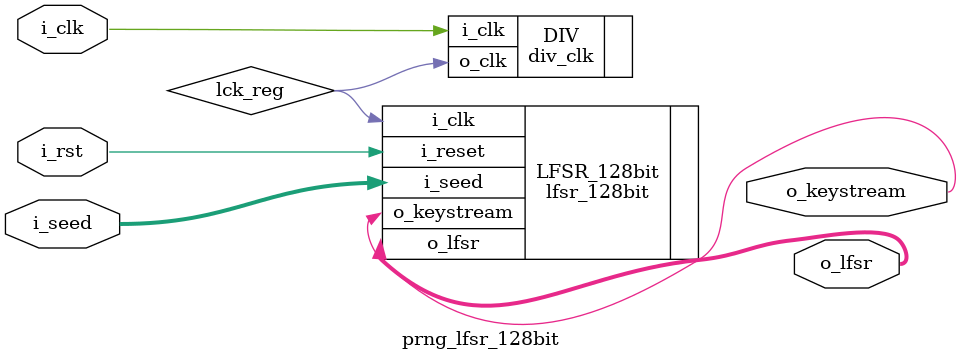
<source format=v>
module prng_lfsr_128bit 
//#(
//    parameter integer clk_n = 8
//)
(
    input i_clk,
    input i_rst,
    input [127:0] i_seed,
    output [127:0] o_lfsr,
    output o_keystream
);

wire lck_reg;
//wire [127:0] lfsr_reg;
//wire keystream_reg;

div_clk  DIV (
    .i_clk(i_clk),
    .o_clk(lck_reg)
);

lfsr_128bit LFSR_128bit (
    .i_clk(lck_reg),
    .i_reset(i_rst),
    .i_seed(i_seed),
    .o_lfsr(o_lfsr),
    .o_keystream(o_keystream)
);

//assign o_lfsr = lfsr_reg;
//assign o_keystream = keystream_reg;

endmodule

</source>
